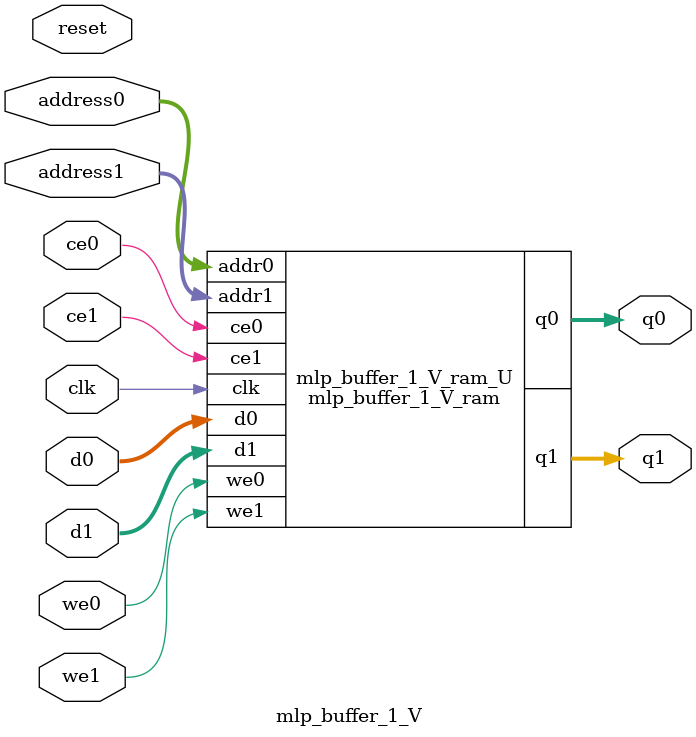
<source format=v>
`timescale 1 ns / 1 ps
module mlp_buffer_1_V_ram (addr0, ce0, d0, we0, q0, addr1, ce1, d1, we1, q1,  clk);

parameter DWIDTH = 12;
parameter AWIDTH = 6;
parameter MEM_SIZE = 64;

input[AWIDTH-1:0] addr0;
input ce0;
input[DWIDTH-1:0] d0;
input we0;
output reg[DWIDTH-1:0] q0;
input[AWIDTH-1:0] addr1;
input ce1;
input[DWIDTH-1:0] d1;
input we1;
output reg[DWIDTH-1:0] q1;
input clk;

reg [DWIDTH-1:0] ram[0:MEM_SIZE-1];




always @(posedge clk)  
begin 
    if (ce0) begin
        if (we0) 
            ram[addr0] <= d0; 
        q0 <= ram[addr0];
    end
end


always @(posedge clk)  
begin 
    if (ce1) begin
        if (we1) 
            ram[addr1] <= d1; 
        q1 <= ram[addr1];
    end
end


endmodule

`timescale 1 ns / 1 ps
module mlp_buffer_1_V(
    reset,
    clk,
    address0,
    ce0,
    we0,
    d0,
    q0,
    address1,
    ce1,
    we1,
    d1,
    q1);

parameter DataWidth = 32'd12;
parameter AddressRange = 32'd64;
parameter AddressWidth = 32'd6;
input reset;
input clk;
input[AddressWidth - 1:0] address0;
input ce0;
input we0;
input[DataWidth - 1:0] d0;
output[DataWidth - 1:0] q0;
input[AddressWidth - 1:0] address1;
input ce1;
input we1;
input[DataWidth - 1:0] d1;
output[DataWidth - 1:0] q1;



mlp_buffer_1_V_ram mlp_buffer_1_V_ram_U(
    .clk( clk ),
    .addr0( address0 ),
    .ce0( ce0 ),
    .we0( we0 ),
    .d0( d0 ),
    .q0( q0 ),
    .addr1( address1 ),
    .ce1( ce1 ),
    .we1( we1 ),
    .d1( d1 ),
    .q1( q1 ));

endmodule


</source>
